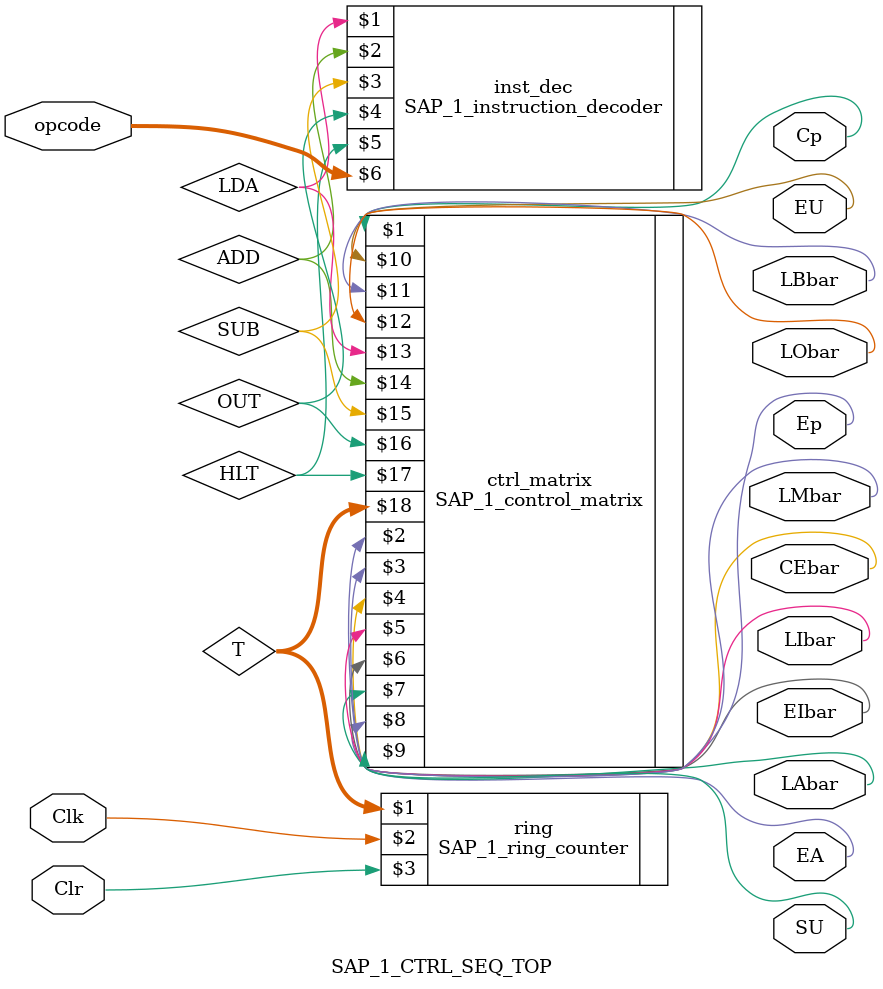
<source format=v>
`ifndef SAP_1_CTRL_SEQ_TOP
	`define SAP_1_CTRL_SEQ_TOP
	`timescale 1ns / 100ps

	`include "Source_code/SAP_1_control_matrix/SAP_1_control_matrix.v"
	`include "Source_code/SAP_1_ring_counter/SAP_1_ring_counter.v"
	`include "Source_code/SAP_1_instruction_decoder/SAP_1_instruction_decoder.v"

	/* 模組名稱：SAP_1_CTRL_SEQ_TOP
		著作權宣告：copyright 2012 林博仁(pika1021@gmail.com) */
	module SAP_1_CTRL_SEQ_TOP(Cp, Ep, LMbar, CEbar, LIbar, EIbar, LAbar, EA, SU, EU, LBbar, LObar, opcode, Clr, Clk);
	//port 輸出輸入宣告
		output Cp, Ep, LMbar, CEbar, LIbar, EIbar, LAbar, EA, SU, EU, LBbar, LObar;
		input Clr, Clk;
		input [7:4]opcode;

	//port 類型宣告
		wire [7:4]opcode;
		wire[6:1]T;

	wire LDA,ADD,SUB,OUT,HLT;
	SAP_1_ring_counter
		ring(T, Clk, Clr);
	SAP_1_instruction_decoder
		inst_dec(LDA, ADD, SUB, OUT, HLT, opcode);
	SAP_1_control_matrix
		ctrl_matrix(Cp, Ep, LMbar, CEbar, LIbar, EIbar, LAbar, EA, SU, EU, LBbar, LObar, LDA, ADD, SUB, OUT, HLT, T);
	endmodule
`endif
</source>
